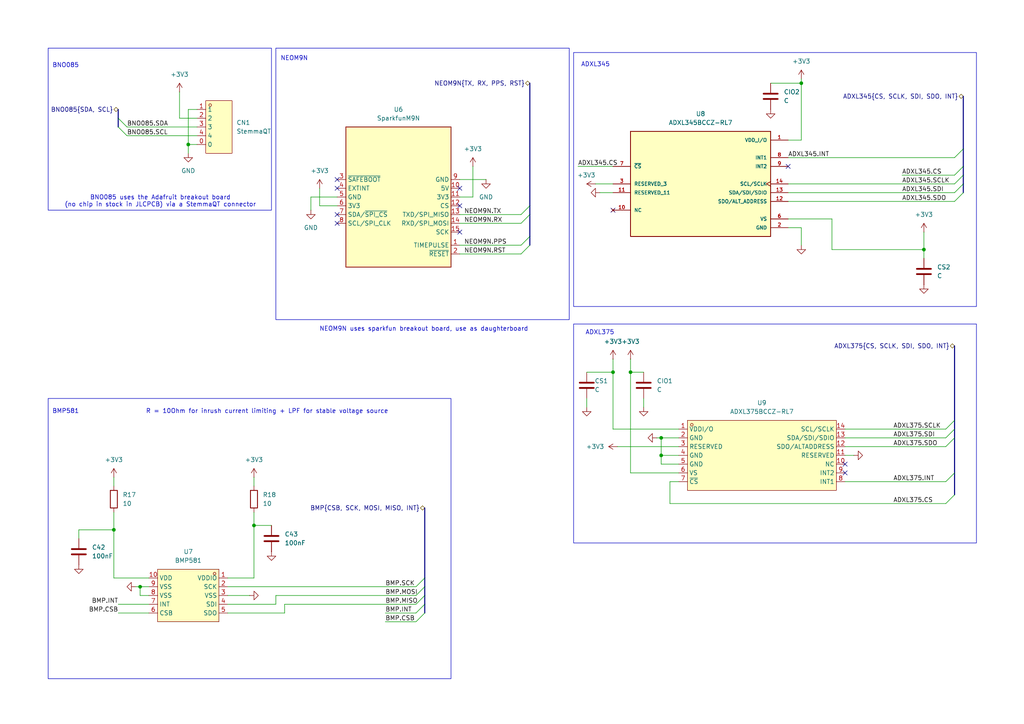
<source format=kicad_sch>
(kicad_sch (version 20250114) (generator "eeschema") (generator_version "9.0")
  (paper "A4")
  (lib_symbols
    (symbol "Device:C" (pin_numbers (hide yes)) (pin_names (offset 0.254))
      (property "Reference" "C" (at 0.635 2.54 0))
      (property "Value" "C" (at 0.635 -2.54 0))
      (symbol "C_0_1"
        (polyline (pts (xy -2.032 0.762) (xy 2.032 0.762)) (stroke (width 0.508)))
        (polyline (pts (xy -2.032 -0.762) (xy 2.032 -0.762)) (stroke (width 0.508)))
      )
      (symbol "C_1_1"
        (pin passive line (at 0 3.81 270) (length 2.794) (name "~") (number "1"))
        (pin passive line (at 0 -3.81 90) (length 2.794) (name "~") (number "2"))
      )
    )
    (symbol "Device:R" (pin_numbers (hide yes)) (pin_names (offset 0))
      (property "Reference" "R" (at 2.032 0 90))
      (property "Value" "R" (at 0 0 90))
      (symbol "R_0_1"
        (rectangle (start -1.016 -2.54) (end 1.016 2.54) (stroke (width 0.254)))
      )
      (symbol "R_1_1"
        (pin passive line (at 0 3.81 270) (length 1.27) (name "~") (number "1"))
        (pin passive line (at 0 -3.81 90) (length 1.27) (name "~") (number "2"))
      )
    )
    (symbol "aerolotl_custom:ADXL345BCCZ-RL7" (pin_names (offset 1.016))
      (property "Reference" "U" (at -20.32 15.748 0))
      (property "Value" "ADXL345BCCZ-RL7" (at -20.32 -17.78 0))
      (symbol "ADXL345BCCZ-RL7_0_0"
        (rectangle (start -20.32 -15.24) (end 20.32 15.24) (stroke (width 0.254)) (fill (type background)))
        (pin input line (at -25.4 5.08 0) (length 5.08) (name "~{CS}") (number "7"))
        (pin passive line (at -25.4 0 0) (length 5.08) (name "RESERVED_3") (number "3"))
        (pin passive line (at -25.4 -2.54 0) (length 5.08) (name "RESERVED_11") (number "11"))
        (pin no_connect line (at -25.4 -7.62 0) (length 5.08) (name "NC") (number "10"))
        (pin power_in line (at 25.4 12.7 180) (length 5.08) (name "VDD_I/O") (number "1"))
        (pin output line (at 25.4 7.62 180) (length 5.08) (name "INT1") (number "8"))
        (pin output line (at 25.4 5.08 180) (length 5.08) (name "INT2") (number "9"))
        (pin bidirectional clock (at 25.4 0 180) (length 5.08) (name "SCL/SCLK") (number "14"))
        (pin bidirectional line (at 25.4 -2.54 180) (length 5.08) (name "SDA/SDI/SDIO") (number "13"))
        (pin output line (at 25.4 -5.08 180) (length 5.08) (name "SDO/ALT_ADDRESS") (number "12"))
        (pin power_in line (at 25.4 -10.16 180) (length 5.08) (name "VS") (number "6"))
        (pin power_in line (at 25.4 -12.7 180) (length 5.08) (name "GND") (number "2"))
        (pin power_in line (at 25.4 -12.7 180) (length 5.08) (hide yes) (name "GND") (number "4"))
        (pin power_in line (at 25.4 -12.7 180) (length 5.08) (hide yes) (name "GND") (number "5"))
      )
    )
    (symbol "aerolotl_custom:ADXL375BCCZ-RL7"
      (property "Reference" "U" (at 0 12.7 0))
      (property "Value" "ADXL375BCCZ-RL7" (at 0 -12.7 0))
      (symbol "ADXL375BCCZ-RL7_0_1"
        (rectangle (start -21.59 10.16) (end 21.59 -10.16) (fill (type background)))
        (circle (center -20.32 8.89) (radius 0.38))
        (pin unspecified line (at -24.13 7.62 0) (length 2.54) (name "VDDI/O") (number "1"))
        (pin unspecified line (at -24.13 5.08 0) (length 2.54) (name "GND") (number "2"))
        (pin unspecified line (at -24.13 2.54 0) (length 2.54) (name "RESERVED") (number "3"))
        (pin unspecified line (at -24.13 0 0) (length 2.54) (name "GND") (number "4"))
        (pin unspecified line (at -24.13 -2.54 0) (length 2.54) (name "GND") (number "5"))
        (pin unspecified line (at -24.13 -5.08 0) (length 2.54) (name "VS") (number "6"))
        (pin unspecified line (at -24.13 -7.62 0) (length 2.54) (name "~{CS}") (number "7"))
        (pin unspecified line (at 24.13 7.62 180) (length 2.54) (name "SCL/SCLK") (number "14"))
        (pin unspecified line (at 24.13 5.08 180) (length 2.54) (name "SDA/SDI/SDIO") (number "13"))
        (pin unspecified line (at 24.13 2.54 180) (length 2.54) (name "SDO/ALTADDRESS") (number "12"))
        (pin unspecified line (at 24.13 0 180) (length 2.54) (name "RESERVED") (number "11"))
        (pin unspecified line (at 24.13 -2.54 180) (length 2.54) (name "NC") (number "10"))
        (pin unspecified line (at 24.13 -5.08 180) (length 2.54) (name "INT2") (number "9"))
        (pin unspecified line (at 24.13 -7.62 180) (length 2.54) (name "INT1") (number "8"))
      )
    )
    (symbol "aerolotl_custom:BMP581"
      (property "Reference" "U" (at 0 10.16 0))
      (property "Value" "BMP581" (at 0 -10.16 0))
      (symbol "BMP581_0_1"
        (rectangle (start -8.89 7.62) (end 8.89 -7.62) (fill (type background)))
        (circle (center -7.62 6.35) (radius 0.38))
        (pin unspecified line (at -11.43 5.08 0) (length 2.54) (name "VDDIO") (number "1"))
        (pin unspecified line (at -11.43 2.54 0) (length 2.54) (name "SCK") (number "2"))
        (pin unspecified line (at -11.43 0 0) (length 2.54) (name "VSS") (number "3"))
        (pin unspecified line (at -11.43 -2.54 0) (length 2.54) (name "SDI") (number "4"))
        (pin unspecified line (at -11.43 -5.08 0) (length 2.54) (name "SDO") (number "5"))
        (pin unspecified line (at 11.43 5.08 180) (length 2.54) (name "VDD") (number "10"))
        (pin unspecified line (at 11.43 2.54 180) (length 2.54) (name "VSS") (number "9"))
        (pin unspecified line (at 11.43 0 180) (length 2.54) (name "VSS") (number "8"))
        (pin unspecified line (at 11.43 -2.54 180) (length 2.54) (name "INT") (number "7"))
        (pin unspecified line (at 11.43 -5.08 180) (length 2.54) (name "CSB") (number "6"))
      )
    )
    (symbol "aerolotl_custom:SparkfunM9N"
      (property "Reference" "U3" (at 73.66 67.31 0))
      (property "Value" "SparkfunM9N" (at 73.66 64.77 0))
      (symbol "SparkfunM9N_0_1"
        (rectangle (start 58.42 62.23) (end 88.9 21.59) (stroke (width 0.254)) (fill (type background)))
      )
      (symbol "SparkfunM9N_1_1"
        (pin input line (at 55.88 46.99 0) (length 2.54) (name "~{SAFEBOOT}") (number "3"))
        (pin input line (at 55.88 44.45 0) (length 2.54) (name "EXTINT") (number "4"))
        (pin power_in line (at 55.88 41.91 0) (length 2.54) (name "GND") (number "5"))
        (pin power_in line (at 55.88 39.37 0) (length 2.54) (name "3V3") (number "6"))
        (pin bidirectional line (at 55.88 36.83 0) (length 2.54) (name "SDA/~{SPI_CS}") (number "7"))
        (pin input line (at 55.88 34.29 0) (length 2.54) (name "SCL/SPI_CLK") (number "8"))
        (pin power_in line (at 91.44 46.99 180) (length 2.54) (name "GND") (number "9"))
        (pin power_in line (at 91.44 44.45 180) (length 2.54) (name "5V") (number "10"))
        (pin power_in line (at 91.44 41.91 180) (length 2.54) (name "3V3") (number "11"))
        (pin output line (at 91.44 39.37 180) (length 2.54) (name "CS") (number "12"))
        (pin output line (at 91.44 36.83 180) (length 2.54) (name "TXD/SPI_MISO") (number "13"))
        (pin input line (at 91.44 34.29 180) (length 2.54) (name "RXD/SPI_MOSI") (number "14"))
        (pin input line (at 91.44 31.75 180) (length 2.54) (name "SCK") (number "15"))
        (pin output line (at 91.44 27.94 180) (length 2.54) (name "TIMEPULSE") (number "1"))
        (pin input line (at 91.44 25.4 180) (length 2.54) (name "~{RESET}") (number "2"))
      )
    )
    (symbol "aerolotl_custom:StemmaQT"
      (property "Reference" "CN" (at 0 10.16 0))
      (property "Value" "StemmaQT" (at 0 -10.16 0))
      (symbol "StemmaQT_0_1"
        (rectangle (start -2.54 7.62) (end 5.08 -7.62) (fill (type background)))
        (circle (center -1.27 6.35) (radius 0.38))
      )
      (symbol "StemmaQT_1_1"
        (pin power_in line (at -5.08 5.08 0) (length 2.54) (name "1") (number "1"))
        (pin power_in line (at -5.08 2.54 0) (length 2.54) (name "2") (number "2"))
        (pin bidirectional line (at -5.08 0 0) (length 2.54) (name "3") (number "3"))
        (pin bidirectional line (at -5.08 -2.54 0) (length 2.54) (name "4") (number "4"))
        (pin power_in line (at -5.08 -5.08 0) (length 2.54) (name "0") (number "0"))
      )
    )
    (symbol "power:+3V3" (power) (pin_numbers (hide yes)) (pin_names (offset 0) (hide yes))
      (property "Value" "+3V3" (at 0 3.556 0))
      (symbol "+3V3_0_1"
        (polyline (pts (xy -0.762 1.27) (xy 0 2.54)))
        (polyline (pts (xy 0 2.54) (xy 0.762 1.27)))
        (polyline (pts (xy 0 0) (xy 0 2.54)))
      )
      (symbol "+3V3_1_1"
        (pin power_in line (at 0 0 90) (length 0) (name "~") (number "1"))
      )
    )
    (symbol "power:GND" (power) (pin_numbers (hide yes)) (pin_names (offset 0) (hide yes))
      (property "Value" "GND" (at 0 -3.81 0))
      (symbol "GND_0_1"
        (polyline (pts (xy 0 0) (xy 0 -1.27) (xy 1.27 -1.27) (xy 0 -2.54) (xy -1.27 -1.27) (xy 0 -1.27)))
      )
      (symbol "GND_1_1"
        (pin power_in line (at 0 0 270) (length 0) (name "~") (number "1"))
      )
    )
  )
  (rectangle (start 13.97 115.57) (end 130.81 196.85) (stroke (width 0.1524)))
  (rectangle (start 80.01 13.97) (end 165.1 92.71) (stroke (width 0.1524)))
  (rectangle (start 166.37 93.98) (end 283.21 157.48) (stroke (width 0.1524)))
  (rectangle (start 13.97 13.97) (end 78.74 60.96) (stroke (width 0.1524)))
  (rectangle (start 166.37 15.24) (end 283.21 88.9) (stroke (width 0.1524)))
  (text "NEOM9N" (at 85.344 17.018 0) (effects (font (size 1.27 1.27))))
  (text "ADXL375" (at 173.99 96.52 0) (effects (font (size 1.27 1.27))))
  (text "R = 10Ohm for inrush current limiting + LPF for stable voltage source" (at 77.47 119.38 0) (effects (font (size 1.27 1.27))))
  (text "BNO085" (at 19.05 19.05 0) (effects (font (size 1.27 1.27))))
  (text "NEOM9N uses sparkfun breakout board, use as daughterboard" (at 122.936 95.504 0) (effects (font (size 1.27 1.27))))
  (text "ADXL345" (at 172.72 18.796 0) (effects (font (size 1.27 1.27))))
  (text "BNO085 uses the Adafruit breakout board \n(no chip in stock in JLCPCB) via a StemmaQT connector " (at 46.99 58.42 0) (effects (font (size 1.27 1.27))))
  (text "BMP581" (at 19.05 119.38 0) (effects (font (size 1.27 1.27))))
  (junction (at 40.64 170.18))
  (junction (at 177.8 107.95))
  (junction (at 33.02 153.67))
  (junction (at 267.97 72.39))
  (junction (at 191.77 127))
  (junction (at 232.41 24.13))
  (junction (at 54.61 41.91))
  (junction (at 182.88 107.95))
  (junction (at 191.77 132.08))
  (junction (at 73.66 152.4))
  (no_connect (at 97.79 52.07))
  (no_connect (at 133.35 54.61))
  (no_connect (at 177.8 60.96))
  (no_connect (at 97.79 54.61))
  (no_connect (at 245.11 134.62))
  (no_connect (at 245.11 137.16))
  (no_connect (at 133.35 59.69))
  (no_connect (at 97.79 64.77))
  (no_connect (at 133.35 67.31))
  (no_connect (at 228.6 48.26))
  (no_connect (at 97.79 62.23))
  (bus_entry (at 153.67 59.69) (size -2.54 2.54))
  (bus_entry (at 123.19 172.72) (size -2.54 2.54))
  (bus_entry (at 279.4 50.8) (size -2.54 2.54))
  (bus_entry (at 276.86 121.92) (size -2.54 2.54))
  (bus_entry (at 34.29 36.83) (size 2.54 2.54))
  (bus_entry (at 279.4 55.88) (size -2.54 2.54))
  (bus_entry (at 153.67 71.12) (size -2.54 2.54))
  (bus_entry (at 276.86 143.51) (size -2.54 2.54))
  (bus_entry (at 276.86 124.46) (size -2.54 2.54))
  (bus_entry (at 153.67 62.23) (size -2.54 2.54))
  (bus_entry (at 123.19 175.26) (size -2.54 2.54))
  (bus_entry (at 123.19 170.18) (size -2.54 2.54))
  (bus_entry (at 279.4 43.18) (size -2.54 2.54))
  (bus_entry (at 153.67 68.58) (size -2.54 2.54))
  (bus_entry (at 34.29 34.29) (size 2.54 2.54))
  (bus_entry (at 279.4 53.34) (size -2.54 2.54))
  (bus_entry (at 123.19 167.64) (size -2.54 2.54))
  (bus_entry (at 276.86 127) (size -2.54 2.54))
  (bus_entry (at 279.4 48.26) (size -2.54 2.54))
  (bus_entry (at 123.19 177.8) (size -2.54 2.54))
  (bus_entry (at 276.86 137.16) (size -2.54 2.54))
  (wire (pts (xy 133.35 62.23) (xy 151.13 62.23)))
  (wire (pts (xy 186.69 115.57) (xy 186.69 118.11)))
  (bus (pts (xy 34.29 34.29) (xy 34.29 36.83)))
  (bus (pts (xy 279.4 50.8) (xy 279.4 53.34)))
  (wire (pts (xy 34.29 177.8) (xy 43.18 177.8)))
  (wire (pts (xy 245.11 127) (xy 274.32 127)))
  (wire (pts (xy 40.64 170.18) (xy 43.18 170.18)))
  (wire (pts (xy 177.8 107.95) (xy 177.8 124.46)))
  (bus (pts (xy 276.86 100.33) (xy 276.86 121.92)))
  (bus (pts (xy 279.4 27.94) (xy 279.4 43.18)))
  (wire (pts (xy 33.02 148.59) (xy 33.02 153.67)))
  (wire (pts (xy 80.01 175.26) (xy 80.01 172.72)))
  (bus (pts (xy 153.67 24.13) (xy 153.67 59.69)))
  (wire (pts (xy 177.8 104.14) (xy 177.8 107.95)))
  (wire (pts (xy 245.11 139.7) (xy 274.32 139.7)))
  (wire (pts (xy 57.15 31.75) (xy 54.61 31.75)))
  (wire (pts (xy 111.76 177.8) (xy 120.65 177.8)))
  (wire (pts (xy 73.66 167.64) (xy 66.04 167.64)))
  (wire (pts (xy 245.11 132.08) (xy 247.65 132.08)))
  (wire (pts (xy 182.88 104.14) (xy 182.88 107.95)))
  (bus (pts (xy 276.86 137.16) (xy 276.86 127)))
  (wire (pts (xy 73.66 152.4) (xy 73.66 167.64)))
  (wire (pts (xy 167.64 48.26) (xy 177.8 48.26)))
  (wire (pts (xy 52.07 34.29) (xy 57.15 34.29)))
  (wire (pts (xy 73.66 148.59) (xy 73.66 152.4)))
  (wire (pts (xy 36.83 39.37) (xy 57.15 39.37)))
  (wire (pts (xy 40.64 170.18) (xy 39.37 170.18)))
  (wire (pts (xy 173.99 55.88) (xy 177.8 55.88)))
  (bus (pts (xy 123.19 170.18) (xy 123.19 172.72)))
  (bus (pts (xy 123.19 167.64) (xy 123.19 170.18)))
  (wire (pts (xy 196.85 134.62) (xy 191.77 134.62)))
  (bus (pts (xy 279.4 43.18) (xy 279.4 48.26)))
  (wire (pts (xy 232.41 22.86) (xy 232.41 24.13)))
  (wire (pts (xy 33.02 140.97) (xy 33.02 138.43)))
  (bus (pts (xy 34.29 31.75) (xy 34.29 34.29)))
  (wire (pts (xy 245.11 124.46) (xy 274.32 124.46)))
  (wire (pts (xy 241.3 72.39) (xy 267.97 72.39)))
  (wire (pts (xy 241.3 63.5) (xy 228.6 63.5)))
  (wire (pts (xy 191.77 132.08) (xy 196.85 132.08)))
  (wire (pts (xy 43.18 167.64) (xy 33.02 167.64)))
  (wire (pts (xy 241.3 72.39) (xy 241.3 63.5)))
  (wire (pts (xy 66.04 177.8) (xy 82.55 177.8)))
  (bus (pts (xy 276.86 121.92) (xy 276.86 124.46)))
  (wire (pts (xy 82.55 175.26) (xy 120.65 175.26)))
  (wire (pts (xy 52.07 26.67) (xy 52.07 34.29)))
  (wire (pts (xy 191.77 134.62) (xy 191.77 132.08)))
  (wire (pts (xy 73.66 138.43) (xy 73.66 140.97)))
  (wire (pts (xy 133.35 71.12) (xy 151.13 71.12)))
  (wire (pts (xy 54.61 41.91) (xy 57.15 41.91)))
  (wire (pts (xy 177.8 124.46) (xy 196.85 124.46)))
  (wire (pts (xy 276.86 45.72) (xy 228.6 45.72)))
  (wire (pts (xy 223.52 24.13) (xy 232.41 24.13)))
  (wire (pts (xy 43.18 172.72) (xy 40.64 172.72)))
  (wire (pts (xy 190.5 127) (xy 191.77 127)))
  (wire (pts (xy 66.04 172.72) (xy 72.39 172.72)))
  (wire (pts (xy 133.35 52.07) (xy 140.97 52.07)))
  (wire (pts (xy 40.64 172.72) (xy 40.64 170.18)))
  (bus (pts (xy 123.19 172.72) (xy 123.19 175.26)))
  (wire (pts (xy 133.35 64.77) (xy 151.13 64.77)))
  (wire (pts (xy 228.6 40.64) (xy 232.41 40.64)))
  (wire (pts (xy 267.97 74.93) (xy 267.97 72.39)))
  (wire (pts (xy 34.29 175.26) (xy 43.18 175.26)))
  (wire (pts (xy 267.97 67.31) (xy 267.97 72.39)))
  (wire (pts (xy 245.11 129.54) (xy 274.32 129.54)))
  (wire (pts (xy 111.76 180.34) (xy 120.65 180.34)))
  (wire (pts (xy 133.35 73.66) (xy 151.13 73.66)))
  (wire (pts (xy 97.79 59.69) (xy 92.71 59.69)))
  (wire (pts (xy 80.01 172.72) (xy 120.65 172.72)))
  (wire (pts (xy 191.77 132.08) (xy 191.77 127)))
  (wire (pts (xy 22.86 153.67) (xy 22.86 156.21)))
  (bus (pts (xy 276.86 124.46) (xy 276.86 127)))
  (wire (pts (xy 172.72 53.34) (xy 177.8 53.34)))
  (wire (pts (xy 170.18 115.57) (xy 170.18 118.11)))
  (bus (pts (xy 153.67 59.69) (xy 153.67 62.23)))
  (wire (pts (xy 194.31 146.05) (xy 194.31 139.7)))
  (bus (pts (xy 279.4 48.26) (xy 279.4 50.8)))
  (wire (pts (xy 33.02 153.67) (xy 33.02 167.64)))
  (wire (pts (xy 73.66 152.4) (xy 78.74 152.4)))
  (wire (pts (xy 22.86 153.67) (xy 33.02 153.67)))
  (wire (pts (xy 92.71 59.69) (xy 92.71 54.61)))
  (wire (pts (xy 66.04 170.18) (xy 120.65 170.18)))
  (wire (pts (xy 54.61 31.75) (xy 54.61 41.91)))
  (wire (pts (xy 179.07 129.54) (xy 196.85 129.54)))
  (bus (pts (xy 279.4 53.34) (xy 279.4 55.88)))
  (wire (pts (xy 137.16 57.15) (xy 137.16 48.26)))
  (wire (pts (xy 228.6 55.88) (xy 276.86 55.88)))
  (bus (pts (xy 153.67 68.58) (xy 153.67 71.12)))
  (wire (pts (xy 182.88 107.95) (xy 186.69 107.95)))
  (wire (pts (xy 228.6 66.04) (xy 232.41 66.04)))
  (bus (pts (xy 123.19 175.26) (xy 123.19 177.8)))
  (wire (pts (xy 232.41 24.13) (xy 232.41 40.64)))
  (wire (pts (xy 36.83 36.83) (xy 57.15 36.83)))
  (wire (pts (xy 182.88 107.95) (xy 182.88 137.16)))
  (wire (pts (xy 261.62 50.8) (xy 276.86 50.8)))
  (bus (pts (xy 123.19 147.32) (xy 123.19 167.64)))
  (wire (pts (xy 133.35 57.15) (xy 137.16 57.15)))
  (wire (pts (xy 191.77 127) (xy 196.85 127)))
  (wire (pts (xy 232.41 66.04) (xy 232.41 71.12)))
  (wire (pts (xy 170.18 107.95) (xy 177.8 107.95)))
  (wire (pts (xy 194.31 146.05) (xy 274.32 146.05)))
  (wire (pts (xy 194.31 139.7) (xy 196.85 139.7)))
  (wire (pts (xy 82.55 177.8) (xy 82.55 175.26)))
  (wire (pts (xy 228.6 58.42) (xy 276.86 58.42)))
  (wire (pts (xy 66.04 175.26) (xy 80.01 175.26)))
  (bus (pts (xy 276.86 143.51) (xy 276.86 137.16)))
  (wire (pts (xy 90.17 57.15) (xy 90.17 60.96)))
  (wire (pts (xy 97.79 57.15) (xy 90.17 57.15)))
  (wire (pts (xy 228.6 53.34) (xy 276.86 53.34)))
  (wire (pts (xy 182.88 137.16) (xy 196.85 137.16)))
  (wire (pts (xy 54.61 41.91) (xy 54.61 44.45)))
  (bus (pts (xy 153.67 62.23) (xy 153.67 68.58)))
  (label "ADXL345.CS" (at 167.64 48.26 0))
  (label "ADXL345.SCLK" (at 261.62 53.34 0))
  (label "ADXL375.SCLK" (at 259.08 124.46 0))
  (label "BMP.MOSI" (at 111.76 172.72 0))
  (label "ADXL345.SDI" (at 261.62 55.88 0))
  (label "ADXL375.SDO" (at 259.08 129.54 0))
  (label "BNO085.SDA" (at 36.83 36.83 0))
  (label "BNO085.SCL" (at 36.83 39.37 0))
  (label "ADXL345.SDO" (at 261.62 58.42 0))
  (label "ADXL345.CS" (at 261.62 50.8 0))
  (label "NEOM9N.RX" (at 134.62 64.77 0))
  (label "BMP.INT" (at 34.29 175.26 180))
  (label "ADXL375.INT" (at 259.08 139.7 0))
  (label "ADXL375.SDI" (at 259.08 127 0))
  (label "ADXL375.CS" (at 259.08 146.05 0))
  (label "NEOM9N.TX" (at 134.62 62.23 0))
  (label "BMP.SCK" (at 111.76 170.18 0))
  (label "ADXL345.INT" (at 228.6 45.72 0))
  (label "NEOM9N.RST" (at 134.62 73.66 0))
  (label "BMP.MISO" (at 111.76 175.26 0))
  (label "BMP.CSB" (at 111.76 180.34 0))
  (label "NEOM9N.PPS" (at 134.62 71.12 0))
  (label "BMP.CSB" (at 34.29 177.8 180))
  (label "BMP.INT" (at 111.76 177.8 0))
  (hierarchical_label "ADXL375{CS, SCLK, SDI, SDO, INT}" (shape bidirectional) (at 276.86 100.33 180))
  (hierarchical_label "BNO085{SDA, SCL}" (shape bidirectional) (at 34.29 31.75 180))
  (hierarchical_label "ADXL345{CS, SCLK, SDI, SDO, INT}" (shape bidirectional) (at 279.4 27.94 180))
  (hierarchical_label "NEOM9N{TX, RX, PPS, RST}" (shape bidirectional) (at 153.67 24.13 180))
  (hierarchical_label "BMP{CSB, SCK, MOSI, MISO, INT}" (shape bidirectional) (at 123.19 147.32 180))
  (symbol (lib_id "power:GND") (at 90.17 60.96 0) (unit 1)
    (property "Reference" "#PWR049" (effects (hide yes)))
    (property "Value" "GND" (at 90.17 66.04 0))
    (property "Description" "Power symbol creates a global label with name \"GND\" , ground" (effects (hide yes)))
  )
  (symbol (lib_id "power:GND") (at 247.65 132.08 90) (unit 1)
    (property "Reference" "#PWR064" (effects (hide yes)))
    (property "Value" "GND" (effects (hide yes)))
    (property "Description" "Power symbol creates a global label with name \"GND\" , ground" (effects (hide yes)))
  )
  (symbol (lib_id "Device:C") (at 22.86 160.02 0) (unit 1)
    (property "Reference" "C42" (at 26.67 158.7499 0) (effects (justify left)))
    (property "Value" "100nF" (at 26.67 161.2899 0) (effects (justify left)))
    (property "Description" "Unpolarized capacitor" (effects (hide yes)))
  )
  (symbol (lib_id "power:+3V3") (at 172.72 53.34 90) (unit 1)
    (property "Reference" "#PWR054" (effects (hide yes)))
    (property "Value" "+3V3" (at 172.72 50.8 90) (effects (justify left)))
    (property "Description" "Power symbol creates a global label with name \"+3V3\"" (effects (hide yes)))
  )
  (symbol (lib_id "power:GND") (at 223.52 31.75 0) (unit 1)
    (property "Reference" "#PWR061" (effects (hide yes)))
    (property "Value" "GND" (effects (hide yes)))
    (property "Description" "Power symbol creates a global label with name \"GND\" , ground" (effects (hide yes)))
  )
  (symbol (lib_id "power:GND") (at 186.69 118.11 0) (unit 1)
    (property "Reference" "#PWR059" (effects (hide yes)))
    (property "Value" "GND" (effects (hide yes)))
    (property "Description" "Power symbol creates a global label with name \"GND\" , ground" (effects (hide yes)))
  )
  (symbol (lib_id "power:+3V3") (at 33.02 138.43 0) (unit 1)
    (property "Reference" "#PWR042" (effects (hide yes)))
    (property "Value" "+3V3" (at 33.02 133.35 0))
    (property "Description" "Power symbol creates a global label with name \"+3V3\"" (effects (hide yes)))
  )
  (symbol (lib_id "Device:C") (at 267.97 78.74 0) (unit 1)
    (property "Reference" "CS2" (at 271.78 77.4699 0) (effects (justify left)))
    (property "Value" "C" (at 271.78 80.0099 0) (effects (justify left)))
    (property "Description" "Unpolarized capacitor" (effects (hide yes)))
  )
  (symbol (lib_id "power:+3V3") (at 232.41 22.86 0) (unit 1)
    (property "Reference" "#PWR062" (effects (hide yes)))
    (property "Value" "+3V3" (at 232.41 17.78 0))
    (property "Description" "Power symbol creates a global label with name \"+3V3\"" (effects (hide yes)))
  )
  (symbol (lib_id "power:GND") (at 190.5 127 270) (unit 1)
    (property "Reference" "#PWR060" (effects (hide yes)))
    (property "Value" "GND" (effects (hide yes)))
    (property "Description" "Power symbol creates a global label with name \"GND\" , ground" (effects (hide yes)))
  )
  (symbol (lib_id "aerolotl_custom:ADXL345BCCZ-RL7") (at 203.2 53.34 0) (unit 1)
    (property "Reference" "U8" (at 203.2 33.02 0))
    (property "Value" "ADXL345BCCZ-RL7" (at 203.2 35.56 0))
    (property "Footprint" "aerolotl_custom:ADXL345" (effects (hide yes)))
    (property "MF" "Analog Devices" (effects (hide yes)))
    (property "SNAPEDA_PACKAGE_ID" "105924" (effects (hide yes)))
    (property "MAXIMUM_PACKAGE_HEIGHT" "1 mm" (effects (hide yes)))
    (property "Price" "None" (effects (hide yes)))
    (property "Package" "LGA -14 Analog Devices" (effects (hide yes)))
    (property "Check_prices" "https://www.snapeda.com/parts/ADXL345BCCZ-RL7/Analog+Devices/view-part/?ref=eda" (effects (hide yes)))
    (property "STANDARD" "IPC 7351B" (effects (hide yes)))
    (property "PARTREV" "B" (effects (hide yes)))
    (property "SnapEDA_Link" "https://www.snapeda.com/parts/ADXL345BCCZ-RL7/Analog+Devices/view-part/?ref=snap" (effects (hide yes)))
    (property "MP" "ADXL345BCCZ-RL7" (effects (hide yes)))
    (property "Description_1" "3-Axis, ±2 g/±4 g/±8 g/±16 g Digital Accelerometer" (effects (hide yes)))
    (property "MANUFACTURER" "Analog Devices" (effects (hide yes)))
    (property "Availability" "In Stock" (effects (hide yes)))
    (property "SNAPEDA_PN" "ADXL345BCCZ-RL7" (effects (hide yes)))
  )
  (symbol (lib_id "power:+3V3") (at 52.07 26.67 0) (unit 1)
    (property "Reference" "#PWR044" (effects (hide yes)))
    (property "Value" "+3V3" (at 52.07 21.59 0))
    (property "Description" "Power symbol creates a global label with name \"+3V3\"" (effects (hide yes)))
  )
  (symbol (lib_id "Device:C") (at 223.52 27.94 0) (unit 1)
    (property "Reference" "CIO2" (at 227.33 26.6699 0) (effects (justify left)))
    (property "Value" "C" (at 227.33 29.2099 0) (effects (justify left)))
    (property "Description" "Unpolarized capacitor" (effects (hide yes)))
  )
  (symbol (lib_id "Device:R") (at 33.02 144.78 0) (unit 1)
    (property "Reference" "R17" (at 35.56 143.5099 0) (effects (justify left)))
    (property "Value" "10" (at 35.56 146.0499 0) (effects (justify left)))
    (property "Description" "Resistor" (effects (hide yes)))
  )
  (symbol (lib_id "power:GND") (at 22.86 163.83 0) (unit 1)
    (property "Reference" "#PWR041" (effects (hide yes)))
    (property "Value" "GND" (effects (hide yes)))
    (property "Description" "Power symbol creates a global label with name \"GND\" , ground" (effects (hide yes)))
  )
  (symbol (lib_id "Device:R") (at 73.66 144.78 0) (unit 1)
    (property "Reference" "R18" (at 76.2 143.5099 0) (effects (justify left)))
    (property "Value" "10" (at 76.2 146.0499 0) (effects (justify left)))
    (property "Description" "Resistor" (effects (hide yes)))
  )
  (symbol (lib_id "Device:C") (at 170.18 111.76 0) (unit 1)
    (property "Reference" "CS1" (at 172.466 110.49 0) (effects (justify left)))
    (property "Value" "C" (at 172.466 113.03 0) (effects (justify left)))
    (property "Description" "Unpolarized capacitor" (effects (hide yes)))
  )
  (symbol (lib_id "Device:C") (at 186.69 111.76 0) (unit 1)
    (property "Reference" "CIO1" (at 190.5 110.4899 0) (effects (justify left)))
    (property "Value" "C" (at 190.5 113.0299 0) (effects (justify left)))
    (property "Description" "Unpolarized capacitor" (effects (hide yes)))
  )
  (symbol (lib_id "power:GND") (at 170.18 118.11 0) (unit 1)
    (property "Reference" "#PWR053" (effects (hide yes)))
    (property "Value" "GND" (effects (hide yes)))
    (property "Description" "Power symbol creates a global label with name \"GND\" , ground" (effects (hide yes)))
  )
  (symbol (lib_id "power:GND") (at 267.97 82.55 0) (unit 1)
    (property "Reference" "#PWR066" (effects (hide yes)))
    (property "Value" "GND" (effects (hide yes)))
    (property "Description" "Power symbol creates a global label with name \"GND\" , ground" (effects (hide yes)))
  )
  (symbol (lib_id "power:+3V3") (at 179.07 129.54 90) (unit 1)
    (property "Reference" "#PWR057" (effects (hide yes)))
    (property "Value" "+3V3" (at 175.26 129.5399 90) (effects (justify left)))
    (property "Description" "Power symbol creates a global label with name \"+3V3\"" (effects (hide yes)))
  )
  (symbol (lib_id "power:GND") (at 72.39 172.72 90) (unit 1)
    (property "Reference" "#PWR046" (effects (hide yes)))
    (property "Value" "GND" (effects (hide yes)))
    (property "Description" "Power symbol creates a global label with name \"GND\" , ground" (effects (hide yes)))
  )
  (symbol (lib_id "aerolotl_custom:SparkfunM9N") (at 41.91 99.06 0) (unit 1)
    (property "Reference" "U6" (at 115.57 31.75 0))
    (property "Value" "SparkfunM9N" (at 115.57 34.29 0))
    (property "Footprint" "aerolotl_custom:SparkfunM9N" (effects (hide yes)))
    (property "Datasheet" "https://www.u-blox.com/sites/default/files/NEO-M9N-00B_DataSheet_UBX-19014285.pdf" (effects (hide yes)))
    (property "Description" "GNSS Module NEO M8, VCC 2.7V to 3.6V" (effects (hide yes)))
  )
  (symbol (lib_id "power:+3V3") (at 92.71 54.61 0) (unit 1)
    (property "Reference" "#PWR050" (effects (hide yes)))
    (property "Value" "+3V3" (at 92.71 49.53 0))
    (property "Description" "Power symbol creates a global label with name \"+3V3\"" (effects (hide yes)))
  )
  (symbol (lib_id "power:GND") (at 173.99 55.88 270) (unit 1)
    (property "Reference" "#PWR055" (effects (hide yes)))
    (property "Value" "GND" (effects (hide yes)))
    (property "Description" "Power symbol creates a global label with name \"GND\" , ground" (effects (hide yes)))
  )
  (symbol (lib_id "aerolotl_custom:StemmaQT") (at 62.23 36.83 0) (unit 1)
    (property "Reference" "CN1" (at 68.58 35.5599 0) (effects (justify left)))
    (property "Value" "StemmaQT" (at 68.58 38.0999 0) (effects (justify left)))
    (property "Footprint" "aerolotl_custom:CONN-SMD_BM04B-SRSS-TB" (effects (hide yes)))
    (property "Datasheet" "https://lcsc.com/product-detail/Others_JST-Sales-America__JST-Sales-America-BM04B-SRSS-TB-LF-SN_C160390.html" (effects (hide yes)))
    (property "LCSC Part" "C160390" (effects (hide yes)))
  )
  (symbol (lib_id "Device:C") (at 78.74 156.21 0) (unit 1)
    (property "Reference" "C43" (at 82.55 154.9399 0) (effects (justify left)))
    (property "Value" "100nF" (at 82.55 157.4799 0) (effects (justify left)))
    (property "Description" "Unpolarized capacitor" (effects (hide yes)))
  )
  (symbol (lib_id "power:GND") (at 54.61 44.45 0) (unit 1)
    (property "Reference" "#PWR045" (effects (hide yes)))
    (property "Value" "GND" (at 54.61 49.53 0))
    (property "Description" "Power symbol creates a global label with name \"GND\" , ground" (effects (hide yes)))
  )
  (symbol (lib_id "aerolotl_custom:BMP581") (at 54.61 172.72 0) (mirror y) (unit 1)
    (property "Reference" "U7" (at 54.61 160.02 0))
    (property "Value" "BMP581" (at 54.61 162.56 0))
    (property "Footprint" "aerolotl_custom:LGA-10_L2.0-W2.0-P0.50-TL_BMP581" (effects (hide yes)))
    (property "LCSC Part" "C5362283" (effects (hide yes)))
  )
  (symbol (lib_id "power:+3V3") (at 267.97 67.31 0) (unit 1)
    (property "Reference" "#PWR065" (effects (hide yes)))
    (property "Value" "+3V3" (at 267.97 62.23 0))
    (property "Description" "Power symbol creates a global label with name \"+3V3\"" (effects (hide yes)))
  )
  (symbol (lib_id "aerolotl_custom:ADXL375BCCZ-RL7") (at 220.98 132.08 0) (unit 1)
    (property "Reference" "U9" (at 220.98 116.84 0))
    (property "Value" "ADXL375BCCZ-RL7" (at 220.98 119.38 0))
    (property "Footprint" "aerolotl_custom:ADXL375_LGA-14_L5.0-W3.0-P0.80-BL" (effects (hide yes)))
    (property "Datasheet" "https://lcsc.com/product-detail/New-Arrivals_Analog-Devices-ADI-ADXL375BCCZ-RL7_C481898.html" (effects (hide yes)))
    (property "LCSC Part" "C481898" (effects (hide yes)))
  )
  (symbol (lib_id "power:+3V3") (at 182.88 104.14 0) (unit 1)
    (property "Reference" "#PWR058" (effects (hide yes)))
    (property "Value" "+3V3" (at 182.88 99.06 0))
    (property "Description" "Power symbol creates a global label with name \"+3V3\"" (effects (hide yes)))
  )
  (symbol (lib_id "power:+3V3") (at 137.16 48.26 0) (unit 1)
    (property "Reference" "#PWR051" (effects (hide yes)))
    (property "Value" "+3V3" (at 137.16 43.18 0))
    (property "Description" "Power symbol creates a global label with name \"+3V3\"" (effects (hide yes)))
  )
  (symbol (lib_id "power:+3V3") (at 177.8 104.14 0) (unit 1)
    (property "Reference" "#PWR056" (effects (hide yes)))
    (property "Value" "+3V3" (at 177.8 99.06 0))
    (property "Description" "Power symbol creates a global label with name \"+3V3\"" (effects (hide yes)))
  )
  (symbol (lib_id "power:GND") (at 140.97 52.07 0) (unit 1)
    (property "Reference" "#PWR052" (effects (hide yes)))
    (property "Value" "GND" (at 140.97 57.15 0))
    (property "Description" "Power symbol creates a global label with name \"GND\" , ground" (effects (hide yes)))
  )
  (symbol (lib_id "power:+3V3") (at 73.66 138.43 0) (unit 1)
    (property "Reference" "#PWR047" (effects (hide yes)))
    (property "Value" "+3V3" (at 73.66 133.35 0))
    (property "Description" "Power symbol creates a global label with name \"+3V3\"" (effects (hide yes)))
  )
  (symbol (lib_id "power:GND") (at 39.37 170.18 270) (unit 1)
    (property "Reference" "#PWR043" (effects (hide yes)))
    (property "Value" "GND" (effects (hide yes)))
    (property "Description" "Power symbol creates a global label with name \"GND\" , ground" (effects (hide yes)))
  )
  (symbol (lib_id "power:GND") (at 78.74 160.02 0) (unit 1)
    (property "Reference" "#PWR048" (effects (hide yes)))
    (property "Value" "GND" (effects (hide yes)))
    (property "Description" "Power symbol creates a global label with name \"GND\" , ground" (effects (hide yes)))
  )
  (symbol (lib_id "power:GND") (at 232.41 71.12 0) (unit 1)
    (property "Reference" "#PWR063" (effects (hide yes)))
    (property "Value" "GND" (effects (hide yes)))
    (property "Description" "Power symbol creates a global label with name \"GND\" , ground" (effects (hide yes)))
  )
)
</source>
